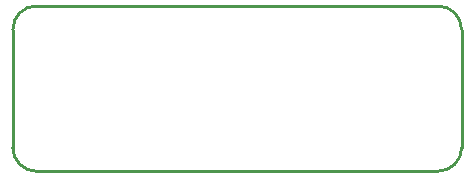
<source format=gko>
G04 Layer_Color=16711935*
%FSLAX44Y44*%
%MOMM*%
G71*
G01*
G75*
%ADD13C,0.2540*%
D13*
X360000Y0D02*
G03*
X380000Y20000I0J20000D01*
G01*
Y120000D02*
G03*
X360000Y140000I-20000J0D01*
G01*
X20000D02*
G03*
X0Y120000I0J-20000D01*
G01*
Y20000D02*
G03*
X20000Y0I20000J0D01*
G01*
X380000Y20000D02*
Y120000D01*
X20000Y140000D02*
X360000D01*
X0Y20000D02*
Y120000D01*
X20000Y0D02*
X360000D01*
M02*

</source>
